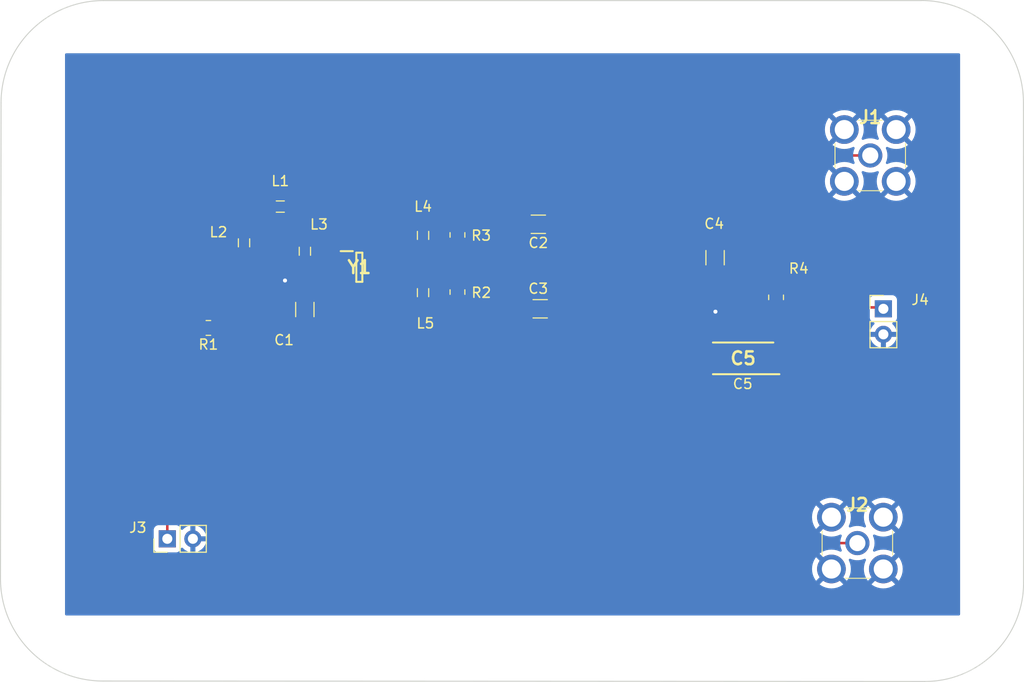
<source format=kicad_pcb>
(kicad_pcb (version 20221018) (generator pcbnew)
  (layers (0 "F.Cu" signal) (31 "B.Cu" signal) (34 "B.Paste" user) (35 "F.Paste" user) (36 "B.SilkS" user "B.Silkscreen") (37 "F.SilkS" user "F.Silkscreen") (38 "B.Mask" user) (39 "F.Mask" user) (44 "Edge.Cuts" user))
  (net 0 "")
  (net 1 "Net-(Y1-VCC)")
  (net 2 "GND")
  (net 3 "Net-(C2-Pad1)")
  (net 4 "Net-(C3-Pad1)")
  (net 5 "Net-(Y1-TUNE)")
  (net 6 "Net-(Y1-OUT+)")
  (net 7 "Net-(Y1-OUT-)")
  (net 8 "Net-(Y1-IND)")
  (net 9 "Net-(J3-Pin_1)")
  (net 10 "Net-(L1-Pad2)")
  (net 11 "Net-(C5-+)")
  (footprint "Mouser:SOT95P280X145-6N" (layer "F.Cu") (at 59.71 51.904077)
    (fp_text reference "Y1" (at 0 0) (layer "F.SilkS") (effects (font (size 1.27 1.27) (thickness 0.254))))
    (fp_text value "MAX2607EUT+T" hide)
    (fp_line (start -1.85 -1.6) (end -0.65 -1.6) (stroke (width 0.2)) (layer "F.SilkS"))
    (fp_line (start -0.3 -1.45) (end 0.3 -1.45) (stroke (width 0.2)) (layer "F.SilkS"))
    (fp_line (start -0.3 1.45) (end -0.3 -1.45) (stroke (width 0.2)) (layer "F.SilkS"))
    (fp_line (start 0.3 -1.45) (end 0.3 1.45) (stroke (width 0.2)) (layer "F.SilkS"))
    (fp_line (start 0.3 1.45) (end -0.3 1.45) (stroke (width 0.2)) (layer "F.SilkS"))
    (pad "1" smd rect (at -1.25 -0.95 90) (size 0.6 1.2) (layers "F.Cu" "F.Paste" "F.Mask") (net 8 "Net-(Y1-IND)"))
    (pad "2" smd rect (at -1.25 0 90) (size 0.6 1.2) (layers "F.Cu" "F.Paste" "F.Mask") (net 2 "GND"))
    (pad "3" smd rect (at -1.25 0.95 90) (size 0.6 1.2) (layers "F.Cu" "F.Paste" "F.Mask") (net 5 "Net-(Y1-TUNE)"))
    (pad "4" smd rect (at 1.25 0.95 90) (size 0.6 1.2) (layers "F.Cu" "F.Paste" "F.Mask") (net 7 "Net-(Y1-OUT-)"))
    (pad "5" smd rect (at 1.25 0 90) (size 0.6 1.2) (layers "F.Cu" "F.Paste" "F.Mask") (net 1 "Net-(Y1-VCC)"))
    (pad "6" smd rect (at 1.25 -0.95 90) (size 0.6 1.2) (layers "F.Cu" "F.Paste" "F.Mask") (net 6 "Net-(Y1-OUT+)"))
  )
  (footprint "Inductor_SMD:L_0805_2012Metric" (layer "F.Cu") (at 48.26 49.476577 -90)
    (fp_text reference "L2" (at -1.0625 2.54) (layer "F.SilkS"))
    (fp_text value "~" hide)
    (fp_line (start -0.399622 -0.56) (end 0.399622 -0.56) (stroke (width 0.12)) (layer "F.SilkS"))
    (fp_line (start -0.399622 0.56) (end 0.399622 0.56) (stroke (width 0.12)) (layer "F.SilkS"))
    (pad "1" smd roundrect (at -1.0625 0 270) (size 0.875 1.2) (layers "F.Cu" "F.Paste" "F.Mask") (net 10 "Net-(L1-Pad2)"))
    (pad "2" smd roundrect (at 1.0625 0 270) (size 0.875 1.2) (layers "F.Cu" "F.Paste" "F.Mask") (net 2 "GND"))
  )
  (footprint "Capacitor_SMD:C_1206_3216Metric" (layer "F.Cu") (at 95.045 50.954077 -90)
    (fp_text reference "C4" (at -3.369518 0.093505 -180) (layer "F.SilkS"))
    (fp_text value "1000 pf")
    (fp_line (start -0.711252 -0.91) (end 0.711252 -0.91) (stroke (width 0.12)) (layer "F.SilkS"))
    (fp_line (start -0.711252 0.91) (end 0.711252 0.91) (stroke (width 0.12)) (layer "F.SilkS"))
    (pad "1" smd roundrect (at -1.475 0 270) (size 1.15 1.8) (layers "F.Cu" "F.Paste" "F.Mask") (roundrect_rratio 0.2173913043) (net 1 "Net-(Y1-VCC)"))
    (pad "2" smd roundrect (at 1.475 0 270) (size 1.15 1.8) (layers "F.Cu" "F.Paste" "F.Mask") (roundrect_rratio 0.2173913043) (net 2 "GND"))
  )
  (footprint "Inductor_SMD:L_0805_2012Metric" (layer "F.Cu") (at 51.8625 45.874077 180)
    (fp_text reference "L1" (at 0 2.54) (layer "F.SilkS"))
    (fp_text value "~" hide)
    (fp_line (start -0.399622 -0.56) (end 0.399622 -0.56) (stroke (width 0.12)) (layer "F.SilkS"))
    (fp_line (start -0.399622 0.56) (end 0.399622 0.56) (stroke (width 0.12)) (layer "F.SilkS"))
    (pad "1" smd roundrect (at -1.0625 0 180) (size 0.875 1.2) (layers "F.Cu" "F.Paste" "F.Mask") (net 8 "Net-(Y1-IND)"))
    (pad "2" smd roundrect (at 1.0625 0 180) (size 0.875 1.2) (layers "F.Cu" "F.Paste" "F.Mask") (net 10 "Net-(L1-Pad2)"))
  )
  (footprint "Capacitor_SMD:C_1206_3216Metric" (layer "F.Cu") (at 54.299589 56.105585 90)
    (fp_text reference "C1" (at -3.033483 -2.061453) (layer "F.SilkS"))
    (fp_text value "1000 pf")
    (fp_line (start -0.711252 -0.91) (end 0.711252 -0.91) (stroke (width 0.12)) (layer "F.SilkS"))
    (fp_line (start -0.711252 0.91) (end 0.711252 0.91) (stroke (width 0.12)) (layer "F.SilkS"))
    (pad "1" smd roundrect (at -1.475 0 90) (size 1.15 1.8) (layers "F.Cu" "F.Paste" "F.Mask") (roundrect_rratio 0.2173913043) (net 5 "Net-(Y1-TUNE)"))
    (pad "2" smd roundrect (at 1.475 0 90) (size 1.15 1.8) (layers "F.Cu" "F.Paste" "F.Mask") (roundrect_rratio 0.2173913043) (net 2 "GND"))
  )
  (footprint "Capacitor_SMD:C_1206_3216Metric" (layer "F.Cu") (at 77.675 56.034077 180)
    (fp_text reference "C3" (at 0.193401 2.00266) (layer "F.SilkS"))
    (fp_text value "3 pf")
    (fp_line (start -0.711252 -0.91) (end 0.711252 -0.91) (stroke (width 0.12)) (layer "F.SilkS"))
    (fp_line (start -0.711252 0.91) (end 0.711252 0.91) (stroke (width 0.12)) (layer "F.SilkS"))
    (pad "1" smd roundrect (at -1.475 0 180) (size 1.15 1.8) (layers "F.Cu" "F.Paste" "F.Mask") (roundrect_rratio 0.2173913043) (net 4 "Net-(C3-Pad1)"))
    (pad "2" smd roundrect (at 1.475 0 180) (size 1.15 1.8) (layers "F.Cu" "F.Paste" "F.Mask") (roundrect_rratio 0.2173913043) (net 7 "Net-(Y1-OUT-)"))
  )
  (footprint "Resistor_SMD:R_0805_2012Metric_Pad1.20x1.40mm_HandSolder" (layer "F.Cu") (at 101.102321 54.89476 90)
    (fp_text reference "R4" (at 2.861588 2.245729) (layer "F.SilkS"))
    (fp_text value "10 Ohms")
    (fp_line (start -0.227064 -0.735) (end 0.227064 -0.735) (stroke (width 0.12)) (layer "F.SilkS"))
    (fp_line (start -0.227064 0.735) (end 0.227064 0.735) (stroke (width 0.12)) (layer "F.SilkS"))
    (pad "1" smd roundrect (at -1 0 90) (size 1.2 1.4) (layers "F.Cu" "F.Paste" "F.Mask") (roundrect_rratio 0.2083333333) (net 11 "Net-(C5-+)"))
    (pad "2" smd roundrect (at 1 0 90) (size 1.2 1.4) (layers "F.Cu" "F.Paste" "F.Mask") (roundrect_rratio 0.2083333333) (net 1 "Net-(Y1-VCC)"))
  )
  (footprint "Inductor_SMD:L_0805_2012Metric" (layer "F.Cu") (at 54.305 50.314077 -90)
    (fp_text reference "L3" (at -2.670247 -1.396582 -180) (layer "F.SilkS"))
    (fp_text value "68 nH")
    (fp_line (start -0.399622 -0.56) (end 0.399622 -0.56) (stroke (width 0.12)) (layer "F.SilkS"))
    (fp_line (start -0.399622 0.56) (end 0.399622 0.56) (stroke (width 0.12)) (layer "F.SilkS"))
    (pad "1" smd roundrect (at -1.0625 0 270) (size 0.875 1.2) (layers "F.Cu" "F.Paste" "F.Mask") (net 8 "Net-(Y1-IND)"))
    (pad "2" smd roundrect (at 1.0625 0 270) (size 0.875 1.2) (layers "F.Cu" "F.Paste" "F.Mask") (net 2 "GND"))
  )
  (footprint "Connector_PinHeader_2.54mm:PinHeader_1x02_P2.54mm_Vertical" (layer "F.Cu") (at 40.64 78.894077 90)
    (fp_text reference "J3" (at 1.109896 -2.928008) (layer "F.SilkS"))
    (fp_text value "Tune Voltage Input")
    (fp_line (start -1.33 -1.33) (end 0 -1.33) (stroke (width 0.12)) (layer "F.SilkS"))
    (fp_line (start -1.33 0) (end -1.33 -1.33) (stroke (width 0.12)) (layer "F.SilkS"))
    (fp_line (start -1.33 1.27) (end -1.33 3.87) (stroke (width 0.12)) (layer "F.SilkS"))
    (fp_line (start -1.33 1.27) (end 1.33 1.27) (stroke (width 0.12)) (layer "F.SilkS"))
    (fp_line (start -1.33 3.87) (end 1.33 3.87) (stroke (width 0.12)) (layer "F.SilkS"))
    (fp_line (start 1.33 1.27) (end 1.33 3.87) (stroke (width 0.12)) (layer "F.SilkS"))
    (pad "1" thru_hole rect (at 0 0 90) (size 1.7 1.7) (drill 1) (layers "*.Cu" "*.Mask") (net 9 "Net-(J3-Pin_1)"))
    (pad "2" thru_hole oval (at 0 2.54 90) (size 1.7 1.7) (drill 1) (layers "*.Cu" "*.Mask") (net 2 "GND"))
  )
  (footprint "Inductor_SMD:L_0805_2012Metric" (layer "F.Cu") (at 66.04 48.739077 90)
    (fp_text reference "L4" (at 2.865 0) (layer "F.SilkS"))
    (fp_text value "120 nH")
    (fp_line (start -0.399622 -0.56) (end 0.399622 -0.56) (stroke (width 0.12)) (layer "F.SilkS"))
    (fp_line (start -0.399622 0.56) (end 0.399622 0.56) (stroke (width 0.12)) (layer "F.SilkS"))
    (pad "1" smd roundrect (at -1.0625 0 90) (size 0.875 1.2) (layers "F.Cu" "F.Paste" "F.Mask") (net 1 "Net-(Y1-VCC)"))
    (pad "2" smd roundrect (at 1.0625 0 90) (size 0.875 1.2) (layers "F.Cu" "F.Paste" "F.Mask") (net 6 "Net-(Y1-OUT+)"))
  )
  (footprint "Capacitor_SMD:C_1206_3216Metric" (layer "F.Cu") (at 77.491105 47.632526 180)
    (fp_text reference "C2" (at 0 -1.85) (layer "F.SilkS"))
    (fp_text value "3 pf")
    (fp_line (start -0.711252 -0.91) (end 0.711252 -0.91) (stroke (width 0.12)) (layer "F.SilkS"))
    (fp_line (start -0.711252 0.91) (end 0.711252 0.91) (stroke (width 0.12)) (layer "F.SilkS"))
    (pad "1" smd roundrect (at -1.475 0 180) (size 1.15 1.8) (layers "F.Cu" "F.Paste" "F.Mask") (roundrect_rratio 0.2173913043) (net 3 "Net-(C2-Pad1)"))
    (pad "2" smd roundrect (at 1.475 0 180) (size 1.15 1.8) (layers "F.Cu" "F.Paste" "F.Mask") (roundrect_rratio 0.2173913043) (net 6 "Net-(Y1-OUT+)"))
  )
  (footprint "Resistor_SMD:R_0805_2012Metric_Pad1.20x1.40mm_HandSolder" (layer "F.Cu") (at 69.457183 48.691213 90)
    (fp_text reference "R3" (at -0.061585 2.354887) (layer "F.SilkS"))
    (fp_text value "~" hide)
    (fp_line (start -0.227064 -0.735) (end 0.227064 -0.735) (stroke (width 0.12)) (layer "F.SilkS"))
    (fp_line (start -0.227064 0.735) (end 0.227064 0.735) (stroke (width 0.12)) (layer "F.SilkS"))
    (pad "1" smd roundrect (at -1 0 90) (size 1.2 1.4) (layers "F.Cu" "F.Paste" "F.Mask") (roundrect_rratio 0.2083333333) (net 1 "Net-(Y1-VCC)"))
    (pad "2" smd roundrect (at 1 0 90) (size 1.2 1.4) (layers "F.Cu" "F.Paste" "F.Mask") (roundrect_rratio 0.2083333333) (net 6 "Net-(Y1-OUT+)"))
  )
  (footprint "Inductor_SMD:L_0805_2012Metric" (layer "F.Cu") (at 66.04 54.429077 -90)
    (fp_text reference "L5" (at 3.046935 -0.230532 -180) (layer "F.SilkS"))
    (fp_text value "120 nH")
    (fp_line (start -0.399622 -0.56) (end 0.399622 -0.56) (stroke (width 0.12)) (layer "F.SilkS"))
    (fp_line (start -0.399622 0.56) (end 0.399622 0.56) (stroke (width 0.12)) (layer "F.SilkS"))
    (pad "1" smd roundrect (at -1.0625 0 270) (size 0.875 1.2) (layers "F.Cu" "F.Paste" "F.Mask") (net 1 "Net-(Y1-VCC)"))
    (pad "2" smd roundrect (at 1.0625 0 270) (size 0.875 1.2) (layers "F.Cu" "F.Paste" "F.Mask") (net 7 "Net-(Y1-OUT-)"))
  )
  (footprint "Mouser:PCBSMAFRAHT" (layer "F.Cu") (at 110.455 40.794077)
    (fp_text reference "J1" (at 0 -3.8) (layer "F.SilkS") (effects (font (size 1.27 1.27) (thickness 0.254))))
    (fp_text value "PCB.SMAFRA.HT" hide)
    (fp_line (start -3.5 -1.2) (end -3.5 1.2) (stroke (width 0.1)) (layer "F.SilkS"))
    (fp_line (start -1.2 -3.5) (end 1.2 -3.5) (stroke (width 0.1)) (layer "F.SilkS"))
    (fp_line (start -1.2 3.5) (end 1.2 3.5) (stroke (width 0.1)) (layer "F.SilkS"))
    (fp_line (start 3.5 1.2) (end 3.5 -1.2) (stroke (width 0.1)) (layer "F.SilkS"))
    (pad "1" thru_hole circle (at 0 0) (size 2.4 2.4) (drill 1.6) (layers "*.Cu" "*.Mask") (net 3 "Net-(C2-Pad1)"))
    (pad "2" thru_hole circle (at -2.575 -2.575) (size 2.85 2.85) (drill 1.9) (layers "*.Cu" "*.Mask") (net 2 "GND"))
    (pad "3" thru_hole circle (at -2.575 2.575) (size 2.85 2.85) (drill 1.9) (layers "*.Cu" "*.Mask") (net 2 "GND"))
    (pad "4" thru_hole circle (at 2.575 2.575) (size 2.85 2.85) (drill 1.9) (layers "*.Cu" "*.Mask") (net 2 "GND"))
    (pad "5" thru_hole circle (at 2.575 -2.575) (size 2.85 2.85) (drill 1.9) (layers "*.Cu" "*.Mask") (net 2 "GND"))
  )
  (footprint "Resistor_SMD:R_0805_2012Metric_Pad1.20x1.40mm_HandSolder" (layer "F.Cu") (at 69.457183 54.371733 -90)
    (fp_text reference "R2" (at 0.062355 -2.371053) (layer "F.SilkS"))
    (fp_text value "~")
    (fp_line (start -0.227064 -0.735) (end 0.227064 -0.735) (stroke (width 0.12)) (layer "F.SilkS"))
    (fp_line (start -0.227064 0.735) (end 0.227064 0.735) (stroke (width 0.12)) (layer "F.SilkS"))
    (pad "1" smd roundrect (at -1 0 270) (size 1.2 1.4) (layers "F.Cu" "F.Paste" "F.Mask") (roundrect_rratio 0.2083333333) (net 1 "Net-(Y1-VCC)"))
    (pad "2" smd roundrect (at 1 0 270) (size 1.2 1.4) (layers "F.Cu" "F.Paste" "F.Mask") (roundrect_rratio 0.2083333333) (net 7 "Net-(Y1-OUT-)"))
  )
  (footprint "Resistor_SMD:R_0805_2012Metric_Pad1.20x1.40mm_HandSolder" (layer "F.Cu") (at 44.72 57.934077 180)
    (fp_text reference "R1" (at 0 -1.65) (layer "F.SilkS"))
    (fp_text value "270 Ohms")
    (fp_line (start -0.227064 -0.735) (end 0.227064 -0.735) (stroke (width 0.12)) (layer "F.SilkS"))
    (fp_line (start -0.227064 0.735) (end 0.227064 0.735) (stroke (width 0.12)) (layer "F.SilkS"))
    (pad "1" smd roundrect (at -1 0 180) (size 1.2 1.4) (layers "F.Cu" "F.Paste" "F.Mask") (roundrect_rratio 0.2083333333) (net 5 "Net-(Y1-TUNE)"))
    (pad "2" smd roundrect (at 1 0 180) (size 1.2 1.4) (layers "F.Cu" "F.Paste" "F.Mask") (roundrect_rratio 0.2083333333) (net 9 "Net-(J3-Pin_1)"))
  )
  (footprint "Mouser:CAPPM6032X280N" (layer "F.Cu") (at 97.83 60.96 180)
    (fp_text reference "C5" (at 0 0) (layer "F.SilkS") (effects (font (size 1.27 1.27) (thickness 0.254))))
    (fp_text value "10 uF" hide)
    (fp_line (start -3 1.575) (end 3 1.575) (stroke (width 0.2)) (layer "F.SilkS"))
    (fp_line (start 3 -1.575) (end -3.6 -1.575) (stroke (width 0.2)) (layer "F.SilkS"))
    (pad "1" smd rect (at -2.5 0 180) (size 2.2 2.3) (layers "F.Cu" "F.Paste" "F.Mask") (net 11 "Net-(C5-+)"))
    (pad "2" smd rect (at 2.5 0 180) (size 2.2 2.3) (layers "F.Cu" "F.Paste" "F.Mask") (net 2 "GND"))
  )
  (footprint "Connector_PinHeader_2.54mm:PinHeader_1x02_P2.54mm_Vertical" (layer "F.Cu") (at 111.76 56.034077)
    (fp_text reference "J4" (at 3.648027 -0.890487) (layer "F.SilkS"))
    (fp_text value "VCC")
    (fp_line (start -1.33 -1.33) (end 0 -1.33) (stroke (width 0.12)) (layer "F.SilkS"))
    (fp_line (start -1.33 0) (end -1.33 -1.33) (stroke (width 0.12)) (layer "F.SilkS"))
    (fp_line (start -1.33 1.27) (end -1.33 3.87) (stroke (width 0.12)) (layer "F.SilkS"))
    (fp_line (start -1.33 1.27) (end 1.33 1.27) (stroke (width 0.12)) (layer "F.SilkS"))
    (fp_line (start -1.33 3.87) (end 1.33 3.87) (stroke (width 0.12)) (layer "F.SilkS"))
    (fp_line (start 1.33 1.27) (end 1.33 3.87) (stroke (width 0.12)) (layer "F.SilkS"))
    (pad "1" thru_hole rect (at 0 0) (size 1.7 1.7) (drill 1) (layers "*.Cu" "*.Mask") (net 11 "Net-(C5-+)"))
    (pad "2" thru_hole oval (at 0 2.54) (size 1.7 1.7) (drill 1) (layers "*.Cu" "*.Mask") (net 2 "GND"))
  )
  (footprint "Mouser:PCBSMAFRAHT" (layer "F.Cu") (at 109.175699 79.32015)
    (fp_text reference "J2" (at 0 -3.8) (layer "F.SilkS") (effects (font (size 1.27 1.27) (thickness 0.254))))
    (fp_text value "PCB.SMAFRA.HT" hide)
    (fp_line (start -3.5 -1.2) (end -3.5 1.2) (stroke (width 0.1)) (layer "F.SilkS"))
    (fp_line (start -1.2 -3.5) (end 1.2 -3.5) (stroke (width 0.1)) (layer "F.SilkS"))
    (fp_line (start -1.2 3.5) (end 1.2 3.5) (stroke (width 0.1)) (layer "F.SilkS"))
    (fp_line (start 3.5 1.2) (end 3.5 -1.2) (stroke (width 0.1)) (layer "F.SilkS"))
    (pad "1" thru_hole circle (at 0 0) (size 2.4 2.4) (drill 1.6) (layers "*.Cu" "*.Mask") (net 4 "Net-(C3-Pad1)"))
    (pad "2" thru_hole circle (at -2.575 -2.575) (size 2.85 2.85) (drill 1.9) (layers "*.Cu" "*.Mask") (net 2 "GND"))
    (pad "3" thru_hole circle (at -2.575 2.575) (size 2.85 2.85) (drill 1.9) (layers "*.Cu" "*.Mask") (net 2 "GND"))
    (pad "4" thru_hole circle (at 2.575 2.575) (size 2.85 2.85) (drill 1.9) (layers "*.Cu" "*.Mask") (net 2 "GND"))
    (pad "5" thru_hole circle (at 2.575 -2.575) (size 2.85 2.85) (drill 1.9) (layers "*.Cu" "*.Mask") (net 2 "GND"))
  )
  (gr_arc (start 115.510574 25.391716) (mid 122.694779 28.367511) (end 125.670574 35.551716) (stroke (width 0.1)) (layer "Edge.Cuts"))
  (gr_line (start 34.233463 93.02852) (end 115.89509 93.071952) (stroke (width 0.1)) (layer "Edge.Cuts"))
  (gr_arc (start 125.681091 83.285951) (mid 122.814838 90.205699) (end 115.89509 93.071952) (stroke (width 0.1)) (layer "Edge.Cuts"))
  (gr_line (start 125.681091 83.285951) (end 125.670574 35.551716) (stroke (width 0.1)) (layer "Edge.Cuts"))
  (gr_arc (start 24.13 35.56) (mid 27.105795 28.375795) (end 34.29 25.4) (stroke (width 0.1)) (layer "Edge.Cuts"))
  (gr_line (start 24.073463 82.86852) (end 24.13 35.56) (stroke (width 0.1)) (layer "Edge.Cuts"))
  (gr_arc (start 34.233463 93.02852) (mid 27.049258 90.052725) (end 24.073463 82.86852) (stroke (width 0.1)) (layer "Edge.Cuts"))
  (gr_line (start 34.29 25.4) (end 115.57 25.4) (stroke (width 0.1)) (layer "Edge.Cuts"))
  (gr_text "C5" (at 97.79 63.5) (layer "F.SilkS") (effects (font (size 1 1))))
  (segment (start 69.457183 49.691213) (end 94.832864 49.691213) (width 0.25) (layer "F.Cu") (net 1))
  (segment (start 94.832864 49.691213) (end 95.045 49.479077) (width 0.25) (layer "F.Cu") (net 1))
  (segment (start 66.04 53.366577) (end 69.452027 53.366577) (width 0.25) (layer "F.Cu") (net 1))
  (segment (start 60.96 51.904077) (end 63.9375 51.904077) (width 0.25) (layer "F.Cu") (net 1))
  (segment (start 64.5775 51.904077) (end 66.04 53.366577) (width 0.25) (layer "F.Cu") (net 1))
  (segment (start 69.346819 49.801577) (end 69.457183 49.691213) (width 0.25) (layer "F.Cu") (net 1))
  (segment (start 99.460683 53.89476) (end 95.045 49.479077) (width 0.25) (layer "F.Cu") (net 1))
  (segment (start 63.9375 51.904077) (end 66.04 49.801577) (width 0.25) (layer "F.Cu") (net 1))
  (segment (start 66.075 50.279077) (end 66.04 50.314077) (width 0.25) (layer "F.Cu") (net 1))
  (segment (start 69.452027 53.366577) (end 69.457183 53.371733) (width 0.25) (layer "F.Cu") (net 1))
  (segment (start 60.96 51.904077) (end 64.5775 51.904077) (width 0.25) (layer "F.Cu") (net 1))
  (segment (start 66.04 49.801577) (end 69.346819 49.801577) (width 0.25) (layer "F.Cu") (net 1))
  (segment (start 101.102321 53.89476) (end 99.460683 53.89476) (width 0.25) (layer "F.Cu") (net 1))
  (segment (start 49.646419 50.539077) (end 52.328723 53.221381) (width 0.25) (layer "F.Cu") (net 2))
  (segment (start 95.33 60.96) (end 95.33 56.568085) (width 0.25) (layer "F.Cu") (net 2))
  (segment (start 53.661027 51.889077) (end 54.305 51.889077) (width 0.25) (layer "F.Cu") (net 2))
  (segment (start 95.33 56.568085) (end 95.079572 56.317657) (width 0.25) (layer "F.Cu") (net 2))
  (segment (start 95.045 56.352229) (end 95.079572 56.317657) (width 0.25) (layer "F.Cu") (net 2))
  (segment (start 52.328723 53.221381) (end 53.737927 54.630585) (width 0.25) (layer "F.Cu") (net 2))
  (segment (start 53.737927 54.630585) (end 54.299589 54.630585) (width 0.25) (layer "F.Cu") (net 2))
  (segment (start 52.328723 53.221381) (end 53.661027 51.889077) (width 0.25) (layer "F.Cu") (net 2))
  (segment (start 95.045 56.283085) (end 95.079572 56.317657) (width 0.25) (layer "F.Cu") (net 2))
  (segment (start 56.815 51.889077) (end 54.305 51.889077) (width 0.25) (layer "F.Cu") (net 2))
  (segment (start 48.26 50.539077) (end 49.646419 50.539077) (width 0.25) (layer "F.Cu") (net 2))
  (segment (start 95.045 52.429077) (end 95.045 56.283085) (width 0.25) (layer "F.Cu") (net 2))
  (segment (start 56.83 51.904077) (end 56.815 51.889077) (width 0.25) (layer "F.Cu") (net 2))
  (segment (start 95.079572 56.317657) (end 94.953152 56.444077) (width 0.25) (layer "F.Cu") (net 2))
  (segment (start 58.46 51.904077) (end 56.83 51.904077) (width 0.25) (layer "F.Cu") (net 2))
  (via (at 95.079572 56.317657) (size 0.8) (drill 0.4) (layers "F.Cu" "B.Cu") (net 2))
  (via (at 52.328723 53.221381) (size 0.8) (drill 0.4) (layers "F.Cu" "B.Cu") (net 2))
  (segment (start 78.966105 47.632526) (end 85.804554 40.794077) (width 0.25) (layer "F.Cu") (net 3))
  (segment (start 85.804554 40.794077) (end 109.22 40.794077) (width 0.25) (layer "F.Cu") (net 3))
  (segment (start 79.15 56.034077) (end 102.436073 79.32015) (width 0.25) (layer "F.Cu") (net 4))
  (segment (start 102.436073 79.32015) (end 109.175699 79.32015) (width 0.25) (layer "F.Cu") (net 4))
  (segment (start 53.946097 57.934077) (end 54.299589 57.580585) (width 0.25) (layer "F.Cu") (net 5))
  (segment (start 45.72 57.934077) (end 53.946097 57.934077) (width 0.25) (layer "F.Cu") (net 5))
  (segment (start 54.299589 57.580585) (end 58.46 53.420174) (width 0.25) (layer "F.Cu") (net 5))
  (segment (start 58.46 53.420174) (end 58.46 52.854077) (width 0.25) (layer "F.Cu") (net 5))
  (segment (start 62.25 50.954077) (end 65.5275 47.676577) (width 0.25) (layer "F.Cu") (net 6))
  (segment (start 69.457183 47.691213) (end 75.957418 47.691213) (width 0.25) (layer "F.Cu") (net 6))
  (segment (start 65.5275 47.676577) (end 66.04 47.676577) (width 0.25) (layer "F.Cu") (net 6))
  (segment (start 75.957418 47.691213) (end 76.016105 47.632526) (width 0.25) (layer "F.Cu") (net 6))
  (segment (start 69.442547 47.676577) (end 69.457183 47.691213) (width 0.25) (layer "F.Cu") (net 6))
  (segment (start 66.04 47.676577) (end 69.442547 47.676577) (width 0.25) (layer "F.Cu") (net 6))
  (segment (start 60.96 50.954077) (end 62.25 50.954077) (width 0.25) (layer "F.Cu") (net 6))
  (segment (start 62.89 52.854077) (end 65.5275 55.491577) (width 0.25) (layer "F.Cu") (net 7))
  (segment (start 66.04 55.491577) (end 69.337339 55.491577) (width 0.25) (layer "F.Cu") (net 7))
  (segment (start 69.337339 55.491577) (end 69.457183 55.371733) (width 0.25) (layer "F.Cu") (net 7))
  (segment (start 69.457183 55.371733) (end 75.537656 55.371733) (width 0.25) (layer "F.Cu") (net 7))
  (segment (start 75.537656 55.371733) (end 76.2 56.034077) (width 0.25) (layer "F.Cu") (net 7))
  (segment (start 65.5275 55.491577) (end 66.04 55.491577) (width 0.25) (layer "F.Cu") (net 7))
  (segment (start 60.96 52.854077) (end 62.89 52.854077) (width 0.25) (layer "F.Cu") (net 7))
  (segment (start 52.925 45.874077) (end 52.925 47.871577) (width 0.25) (layer "F.Cu") (net 8))
  (segment (start 52.925 47.871577) (end 54.305 49.251577) (width 0.25) (layer "F.Cu") (net 8))
  (segment (start 56.245 48.739077) (end 58.46 50.954077) (width 0.25) (layer "F.Cu") (net 8))
  (segment (start 54.305 48.739077) (end 56.245 48.739077) (width 0.25) (layer "F.Cu") (net 8))
  (segment (start 40.64 58.574077) (end 40.64 78.929077) (width 0.25) (layer "F.Cu") (net 9))
  (segment (start 43.72 57.934077) (end 41.28 57.934077) (width 0.25) (layer "F.Cu") (net 9))
  (segment (start 41.28 57.934077) (end 40.64 58.574077) (width 0.25) (layer "F.Cu") (net 9))
  (segment (start 50.8 45.874077) (end 48.26 48.414077) (width 0.25) (layer "F.Cu") (net 10))
  (segment (start 100.33 60.96) (end 100.33 56.667081) (width 0.25) (layer "F.Cu") (net 11))
  (segment (start 101.102321 55.89476) (end 111.620683 55.89476) (width 0.25) (layer "F.Cu") (net 11))
  (segment (start 111.620683 55.89476) (end 111.76 56.034077) (width 0.25) (layer "F.Cu") (net 11))
  (segment (start 100.33 56.667081) (end 101.102321 55.89476) (width 0.25) (layer "F.Cu") (net 11))
  (zone (net 2) (net_name "GND") (layer "B.Cu") (connect_pads (clearance 0.5)) (min_thickness 0.25) (fill yes (thermal_gap 0.5) (thermal_bridge_width 0.5))
    (polygon (pts (xy 119.38 86.514077) (xy 30.48 86.514077) (xy 30.48 30.634077) (xy 119.38 30.634077)))
  )
)
</source>
